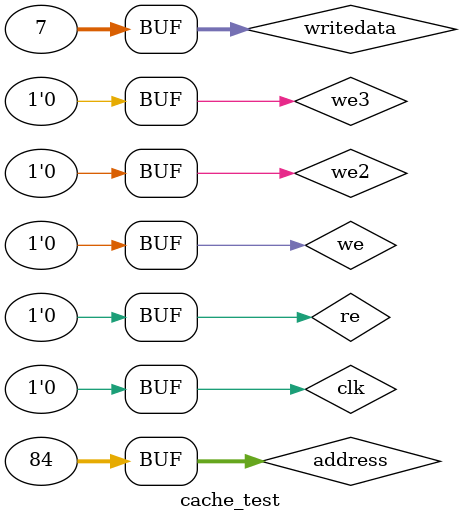
<source format=v>
`include "memory_system.v"
module cache_test();
  reg         clk;
  reg         re, we, we2, we3;
  reg  [31:0] address, writedata;
  wire [31:0] readdatacache;
  wire        hit, miss, dirty;

  // test
  memory_system DUT(clk, re, we, we2, we3, address, writedata, readdatacache, hit, miss, dirty);

  // generate clock to sequence tests
  always begin
    clk <= 1;
    #5;
    clk <= 0;
    # 5;
  end

  // check results
  initial begin
    re <= 1'b0;
    we <= 1'b0;
    we2 <=1'b0;
    we3 <= 1'b0;
    address <= 32'h0;
    writedata <= 32'b0;
    #10;

    // Write Hit: if in cache, write in cache
    re  <= 1'b0;
    we  <= 1'b1;
    we2 <= 1'b0;
    we3 <= 1'b0;
    address <= 32'h50;
    writedata <= 32'h7;
    #10;
    we  <= 1'b0;
    #10;

    // Read Hit: Hit generated, no need to go to main memory, read out of cache valid
    re  <= 1'b1;
    we  <= 1'b0;
    we2 <= 1'b0;
    we3 <= 1'b0;
    address <= 32'h50;
    writedata <= 32'hxxxxxxxx;
    #10;
    re  <= 1'b0;
    #10;
    // Write Hit: if in cache, write in cache
    re  <= 1'b0;
    we  <= 1'b1;
    we2 <= 1'b0;
    we3 <= 1'b0;
    address <= 32'h54;
    writedata <= 32'h7;
    #10;
    we  <= 1'b0;
    #200;


/*
    // Write Miss: Miss generated, gets main memory, write this data to this cache value
    re  <= 1'b0;
    we  <= 1'b1;
    we2 <= 1'b0;
    we3 <= 1'b0;
    address <= 32'h00001006;
    writedata <= 32'h12345678;
    #10;
    we  <= 1'b0;
    #200;
    we2 <= 1'b1;
    #5;
    we2 <= 1'b0;
    #5;

    // Read Hit: Hit generated, no need to go to main memory, read out of cache valid
    re  <= 1'b1;
    we  <= 1'b0;
    we2 <= 1'b0;
    we3 <= 1'b0;
    address <= 32'h00001006;
    writedata <= 32'hxxxxxxxx;
    #10;
    re  <= 1'b0;
    #10;

    // Read Miss: !Hit generated, gets main memory, read out of cache is initialized mainmemory value after writing new cache value
    re  <= 1'b1;
    we  <= 1'b0;
    we2 <= 1'b0;
    we3 <= 1'b0;
    address <= 32'h00002006;
    writedata <= 32'hxxxxxxxx;
    #10;
    re <= 1'b0;
    #200;
    we3 <= 1'b1;
    #10;
    we3 <= 1'b0;
    #20;

	
    // Write Hit: if in cache, write in cache
    re  <= 1'b0;
    we  <= 1'b1;
    we2 <= 1'b0;
    we3 <= 1'b0;
    address <= 32'h00002005;
    writedata <= 32'h87654321;
    #10;
    we  <= 1'b0;
    #200;
*/
  end

endmodule
</source>
